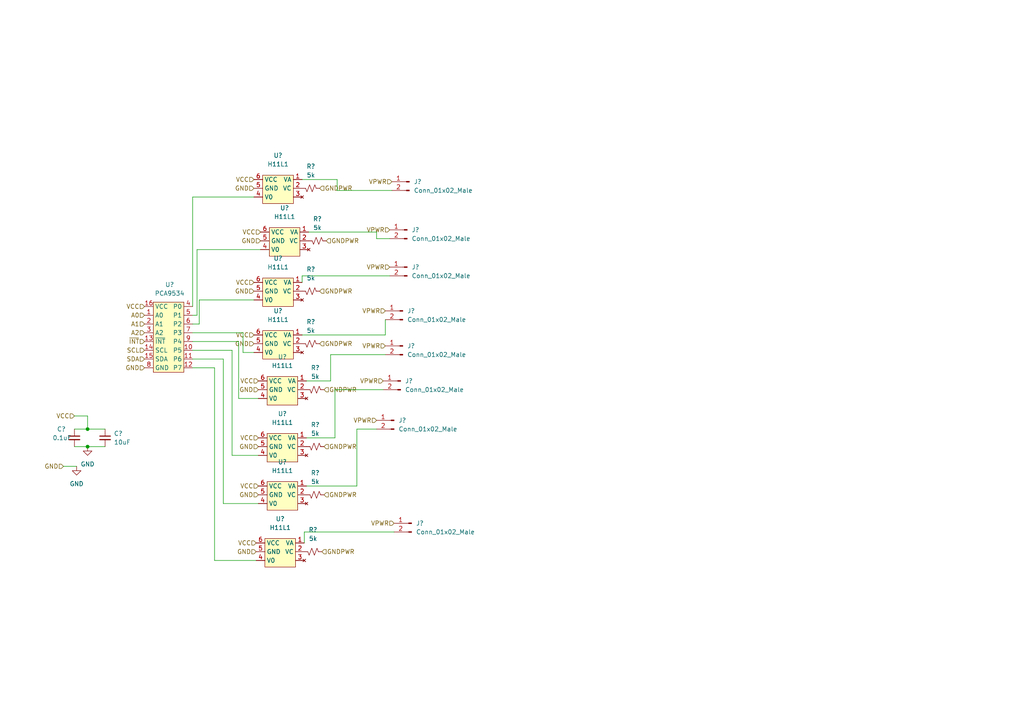
<source format=kicad_sch>
(kicad_sch (version 20211123) (generator eeschema)
  (paper "A4")
  (lib_symbols
    (symbol "Connector:Conn_01x02_Male" (pin_names (offset 1.016) hide)
      (property "Reference" "J" (at 0 2.54 0))
      (property "Value" "Conn_01x02_Male" (at 0 -5.08 0))
      (symbol "Conn_01x02_Male_1_1"
        (polyline (pts (xy 1.27 -2.54) (xy 0.8636 -2.54)) (stroke (width 0.1524)))
        (polyline (pts (xy 1.27 0) (xy 0.8636 0)) (stroke (width 0.1524)))
        (rectangle (start 0.8636 -2.413) (end 0 -2.667) (stroke (width 0.1524)) (fill (type outline)))
        (rectangle (start 0.8636 0.127) (end 0 -0.127) (stroke (width 0.1524)) (fill (type outline)))
        (pin passive line (at 5.08 0 180) (length 3.81) (name "Pin_1") (number "1"))
        (pin passive line (at 5.08 -2.54 180) (length 3.81) (name "Pin_2") (number "2"))
      )
    )
    (symbol "Device:C_Small" (pin_numbers hide) (pin_names (offset 0.254) hide)
      (property "Reference" "C" (at 0.254 1.778 0))
      (property "Value" "C_Small" (at 0.254 -2.032 0))
      (symbol "C_Small_0_1"
        (polyline (pts (xy -1.524 -0.508) (xy 1.524 -0.508)) (stroke (width 0.3302)))
        (polyline (pts (xy -1.524 0.508) (xy 1.524 0.508)) (stroke (width 0.3048)))
      )
      (symbol "C_Small_1_1"
        (pin passive line (at 0 2.54 270) (length 2.032) (name "~") (number "1"))
        (pin passive line (at 0 -2.54 90) (length 2.032) (name "~") (number "2"))
      )
    )
    (symbol "Device:R_Small_US" (pin_numbers hide) (pin_names (offset 0.254) hide)
      (property "Reference" "R" (at 0.762 0.508 0))
      (property "Value" "R_Small_US" (at 0.762 -1.016 0))
      (symbol "R_Small_US_1_1"
        (polyline (pts (xy 0 0) (xy 1.016 -0.381) (xy 0 -0.762) (xy -1.016 -1.143) (xy 0 -1.524)))
        (polyline (pts (xy 0 1.524) (xy 1.016 1.143) (xy 0 0.762) (xy -1.016 0.381) (xy 0 0)))
        (pin passive line (at 0 2.54 270) (length 1.016) (name "~") (number "1"))
        (pin passive line (at 0 -2.54 90) (length 1.016) (name "~") (number "2"))
      )
    )
    (symbol "actuation:H11L1"
      (property "Reference" "U" (at 0 1.905 0))
      (property "Value" "H11L1" (at 0 0.635 0))
      (symbol "H11L1_0_0"
        (pin input line (at -6.35 -1.905 0) (length 2.54) (name "VA") (number "1"))
        (pin output line (at -6.35 -4.445 0) (length 2.54) (name "VC") (number "2"))
        (pin no_connect line (at -6.35 -6.985 0) (length 2.54) (name "") (number "3"))
        (pin output line (at 7.62 -6.985 180) (length 2.54) (name "V0") (number "4"))
        (pin power_in line (at 7.62 -4.445 180) (length 2.54) (name "GND") (number "5"))
        (pin power_in line (at 7.62 -1.905 180) (length 2.54) (name "VCC") (number "6"))
      )
      (symbol "H11L1_0_1"
        (rectangle (start 5.08 -0.635) (end -3.81 -8.89) (fill (type background)))
      )
    )
    (symbol "actuation:PCA9534"
      (property "Reference" "U" (at 0 3.81 0))
      (property "Value" "PCA9534" (at 0 1.27 0))
      (symbol "PCA9534_0_0"
        (pin input line (at -7.62 -5.08 0) (length 2.54) (name "A0") (number "1"))
        (pin bidirectional line (at 6.35 -15.24 180) (length 2.54) (name "P5") (number "10"))
        (pin bidirectional line (at 6.35 -17.78 180) (length 2.54) (name "P6") (number "11"))
        (pin bidirectional line (at 6.35 -20.32 180) (length 2.54) (name "P7") (number "12"))
        (pin output line (at -7.62 -12.7 0) (length 2.54) (name "~{INT}") (number "13"))
        (pin input line (at -7.62 -15.24 0) (length 2.54) (name "SCL") (number "14"))
        (pin bidirectional line (at -7.62 -17.78 0) (length 2.54) (name "SDA") (number "15"))
        (pin power_in line (at -7.62 -2.54 0) (length 2.54) (name "VCC") (number "16"))
        (pin input line (at -7.62 -7.62 0) (length 2.54) (name "A1") (number "2"))
        (pin input line (at -7.62 -10.16 0) (length 2.54) (name "A2") (number "3"))
        (pin bidirectional line (at 6.35 -2.54 180) (length 2.54) (name "P0") (number "4"))
        (pin bidirectional line (at 6.35 -5.08 180) (length 2.54) (name "P1") (number "5"))
        (pin bidirectional line (at 6.35 -7.62 180) (length 2.54) (name "P2") (number "6"))
        (pin bidirectional line (at 6.35 -10.16 180) (length 2.54) (name "P3") (number "7"))
        (pin power_in line (at -7.62 -20.32 0) (length 2.54) (name "GND") (number "8"))
        (pin bidirectional line (at 6.35 -12.7 180) (length 2.54) (name "P4") (number "9"))
      )
      (symbol "PCA9534_0_1"
        (rectangle (start -5.08 -1.27) (end 3.81 -21.59) (fill (type background)))
      )
    )
    (symbol "power:GND" (power) (pin_names (offset 0))
      (property "Value" "GND" (at 0 -3.81 0))
      (symbol "GND_0_1"
        (polyline (pts (xy 0 0) (xy 0 -1.27) (xy 1.27 -1.27) (xy 0 -2.54) (xy -1.27 -1.27) (xy 0 -1.27)))
      )
      (symbol "GND_1_1"
        (pin power_in line (at 0 0 270) (length 0) hide (name "GND") (number "1"))
      )
    )
  )
  (junction (at 25.4 124.46))
  (junction (at 25.4 129.54))
  (wire (pts (xy 57.15 72.39) (xy 57.15 91.44)))
  (wire (pts (xy 25.4 129.54) (xy 30.48 129.54)))
  (wire (pts (xy 97.79 52.07) (xy 87.63 52.07)))
  (wire (pts (xy 103.505 140.97) (xy 88.9 140.97)))
  (wire (pts (xy 111.76 102.87) (xy 95.885 102.87)))
  (wire (pts (xy 103.505 124.46) (xy 103.505 140.97)))
  (wire (pts (xy 97.155 113.03) (xy 97.155 127)))
  (wire (pts (xy 73.66 57.15) (xy 55.88 57.15)))
  (wire (pts (xy 73.66 86.995) (xy 57.785 86.995)))
  (wire (pts (xy 21.59 129.54) (xy 25.4 129.54)))
  (wire (pts (xy 95.885 110.49) (xy 88.9 110.49)))
  (wire (pts (xy 57.785 93.98) (xy 55.88 93.98)))
  (wire (pts (xy 62.23 106.68) (xy 62.23 162.56)))
  (wire (pts (xy 70.485 96.52) (xy 55.88 96.52)))
  (wire (pts (xy 87.63 80.01) (xy 87.63 81.915)))
  (wire (pts (xy 69.215 115.57) (xy 69.215 99.06)))
  (wire (pts (xy 97.155 127) (xy 88.9 127)))
  (wire (pts (xy 87.63 97.155) (xy 111.76 97.155)))
  (wire (pts (xy 67.31 132.08) (xy 67.31 101.6)))
  (wire (pts (xy 95.885 102.87) (xy 95.885 110.49)))
  (wire (pts (xy 109.22 124.46) (xy 103.505 124.46)))
  (wire (pts (xy 74.93 115.57) (xy 69.215 115.57)))
  (wire (pts (xy 62.23 162.56) (xy 74.295 162.56)))
  (wire (pts (xy 111.76 97.155) (xy 111.76 92.71)))
  (wire (pts (xy 97.79 55.245) (xy 97.79 52.07)))
  (wire (pts (xy 111.125 113.03) (xy 97.155 113.03)))
  (wire (pts (xy 21.59 124.46) (xy 25.4 124.46)))
  (wire (pts (xy 67.31 101.6) (xy 55.88 101.6)))
  (wire (pts (xy 88.265 154.305) (xy 88.265 157.48)))
  (wire (pts (xy 75.565 72.39) (xy 57.15 72.39)))
  (wire (pts (xy 21.59 120.65) (xy 25.4 120.65)))
  (wire (pts (xy 114.3 154.305) (xy 88.265 154.305)))
  (wire (pts (xy 109.22 67.31) (xy 109.22 69.215)))
  (wire (pts (xy 64.77 104.14) (xy 55.88 104.14)))
  (wire (pts (xy 18.415 135.255) (xy 22.225 135.255)))
  (wire (pts (xy 73.66 102.235) (xy 70.485 102.235)))
  (wire (pts (xy 70.485 102.235) (xy 70.485 96.52)))
  (wire (pts (xy 113.03 80.01) (xy 87.63 80.01)))
  (wire (pts (xy 109.22 69.215) (xy 113.03 69.215)))
  (wire (pts (xy 64.77 146.05) (xy 64.77 104.14)))
  (wire (pts (xy 57.15 91.44) (xy 55.88 91.44)))
  (wire (pts (xy 89.535 67.31) (xy 109.22 67.31)))
  (wire (pts (xy 69.215 99.06) (xy 55.88 99.06)))
  (wire (pts (xy 74.93 132.08) (xy 67.31 132.08)))
  (wire (pts (xy 55.88 106.68) (xy 62.23 106.68)))
  (wire (pts (xy 55.88 57.15) (xy 55.88 88.9)))
  (wire (pts (xy 25.4 124.46) (xy 30.48 124.46)))
  (wire (pts (xy 113.665 55.245) (xy 97.79 55.245)))
  (wire (pts (xy 25.4 120.65) (xy 25.4 124.46)))
  (wire (pts (xy 74.93 146.05) (xy 64.77 146.05)))
  (wire (pts (xy 57.785 86.995) (xy 57.785 93.98)))
  (hierarchical_label "VPWR" (shape input) (at 113.03 77.47 180))
  (hierarchical_label "A0" (shape input) (at 41.91 91.44 180))
  (hierarchical_label "GND" (shape input) (at 75.565 69.85 180))
  (hierarchical_label "GNDPWR" (shape input) (at 93.345 160.02 0))
  (hierarchical_label "VPWR" (shape input) (at 111.125 110.49 180))
  (hierarchical_label "SCL" (shape input) (at 41.91 101.6 180))
  (hierarchical_label "GNDPWR" (shape input) (at 93.98 129.54 0))
  (hierarchical_label "VCC" (shape input) (at 75.565 67.31 180))
  (hierarchical_label "VPWR" (shape input) (at 109.22 121.92 180))
  (hierarchical_label "GNDPWR" (shape input) (at 92.71 54.61 0))
  (hierarchical_label "VCC" (shape input) (at 74.93 127 180))
  (hierarchical_label "VCC" (shape input) (at 41.91 88.9 180))
  (hierarchical_label "VPWR" (shape input) (at 111.76 90.17 180))
  (hierarchical_label "VCC" (shape input) (at 73.66 52.07 180))
  (hierarchical_label "GNDPWR" (shape input) (at 94.615 69.85 0))
  (hierarchical_label "GND" (shape input) (at 74.295 160.02 180))
  (hierarchical_label "VCC" (shape input) (at 74.93 140.97 180))
  (hierarchical_label "GND" (shape input) (at 74.93 143.51 180))
  (hierarchical_label "GNDPWR" (shape input) (at 92.71 84.455 0))
  (hierarchical_label "~{INT}" (shape input) (at 41.91 99.06 180))
  (hierarchical_label "GNDPWR" (shape input) (at 93.98 143.51 0))
  (hierarchical_label "GND" (shape input) (at 73.66 99.695 180))
  (hierarchical_label "GND" (shape input) (at 74.93 113.03 180))
  (hierarchical_label "VPWR" (shape input) (at 113.665 52.705 180))
  (hierarchical_label "GNDPWR" (shape input) (at 92.71 99.695 0))
  (hierarchical_label "GND" (shape input) (at 41.91 106.68 180))
  (hierarchical_label "VCC" (shape input) (at 74.295 157.48 180))
  (hierarchical_label "VPWR" (shape input) (at 114.3 151.765 180))
  (hierarchical_label "VCC" (shape input) (at 21.59 120.65 180))
  (hierarchical_label "GNDPWR" (shape input) (at 93.98 113.03 0))
  (hierarchical_label "GND" (shape input) (at 73.66 84.455 180))
  (hierarchical_label "VPWR" (shape input) (at 113.03 66.675 180))
  (hierarchical_label "VPWR" (shape input) (at 111.76 100.33 180))
  (hierarchical_label "VCC" (shape input) (at 73.66 81.915 180))
  (hierarchical_label "VCC" (shape input) (at 74.93 110.49 180))
  (hierarchical_label "GND" (shape input) (at 18.415 135.255 180))
  (hierarchical_label "VCC" (shape input) (at 73.66 97.155 180))
  (hierarchical_label "A2" (shape input) (at 41.91 96.52 180))
  (hierarchical_label "SDA" (shape input) (at 41.91 104.14 180))
  (hierarchical_label "GND" (shape input) (at 73.66 54.61 180))
  (hierarchical_label "A1" (shape input) (at 41.91 93.98 180))
  (hierarchical_label "GND" (shape input) (at 74.93 129.54 180))
  (symbol (lib_id "Connector:Conn_01x02_Male") (at 116.205 110.49 0) (mirror y) (unit 1)
    (property "Reference" "J?" (at 117.475 110.4899 0) (effects (justify right)))
    (property "Value" "Conn_01x02_Male" (at 117.475 113.0299 0) (effects (justify right)))
  )
  (symbol (lib_id "actuation:H11L1") (at 82.55 125.095 0) (mirror y) (unit 1)
    (property "Reference" "U?" (at 81.915 120.015 0))
    (property "Value" "H11L1" (at 81.915 122.555 0))
    (property "Footprint" "actuation:IC_H11L1SM" (effects hide))
    (property "Datasheet" "http://isocom.com/wp-content/uploads/2017/09/DD93224-H11L1_H11L1V-110817.pdf" (effects hide))
    (property "MPN" "H11L1SM" (effects hide))
  )
  (symbol (lib_id "Device:R_Small_US") (at 91.44 143.51 90) (mirror x) (unit 1)
    (property "Reference" "R?" (at 91.44 137.16 90))
    (property "Value" "5k" (at 91.44 139.7 90))
  )
  (symbol (lib_id "Connector:Conn_01x02_Male") (at 118.745 52.705 0) (mirror y) (unit 1)
    (property "Reference" "J?" (at 120.015 52.7049 0) (effects (justify right)))
    (property "Value" "Conn_01x02_Male" (at 120.015 55.2449 0) (effects (justify right)))
  )
  (symbol (lib_id "actuation:H11L1") (at 83.185 65.405 0) (mirror y) (unit 1)
    (property "Reference" "U?" (at 82.55 60.325 0))
    (property "Value" "H11L1" (at 82.55 62.865 0))
    (property "Footprint" "actuation:IC_H11L1SM" (effects hide))
    (property "Datasheet" "http://isocom.com/wp-content/uploads/2017/09/DD93224-H11L1_H11L1V-110817.pdf" (effects hide))
    (property "MPN" "H11L1SM" (effects hide))
  )
  (symbol (lib_id "Device:R_Small_US") (at 90.17 84.455 90) (mirror x) (unit 1)
    (property "Reference" "R?" (at 90.17 78.105 90))
    (property "Value" "5k" (at 90.17 80.645 90))
  )
  (symbol (lib_id "Device:R_Small_US") (at 90.17 54.61 90) (mirror x) (unit 1)
    (property "Reference" "R?" (at 90.17 48.26 90))
    (property "Value" "5k" (at 90.17 50.8 90))
  )
  (symbol (lib_id "actuation:H11L1") (at 81.28 50.165 0) (mirror y) (unit 1)
    (property "Reference" "U?" (at 80.645 45.085 0))
    (property "Value" "H11L1" (at 80.645 47.625 0))
    (property "Footprint" "actuation:IC_H11L1SM" (effects hide))
    (property "Datasheet" "http://isocom.com/wp-content/uploads/2017/09/DD93224-H11L1_H11L1V-110817.pdf" (effects hide))
    (property "MPN" "H11L1SM" (effects hide))
  )
  (symbol (lib_id "power:GND") (at 25.4 129.54 0) (unit 1)
    (property "Reference" "#PWR?" (effects hide))
    (property "Value" "GND" (at 25.4 134.62 0))
  )
  (symbol (lib_id "Connector:Conn_01x02_Male") (at 114.3 121.92 0) (mirror y) (unit 1)
    (property "Reference" "J?" (at 115.57 121.9199 0) (effects (justify right)))
    (property "Value" "Conn_01x02_Male" (at 115.57 124.4599 0) (effects (justify right)))
  )
  (symbol (lib_id "Device:R_Small_US") (at 91.44 129.54 90) (mirror x) (unit 1)
    (property "Reference" "R?" (at 91.44 123.19 90))
    (property "Value" "5k" (at 91.44 125.73 90))
  )
  (symbol (lib_id "Device:R_Small_US") (at 90.805 160.02 90) (mirror x) (unit 1)
    (property "Reference" "R?" (at 90.805 153.67 90))
    (property "Value" "5k" (at 90.805 156.21 90))
  )
  (symbol (lib_id "actuation:PCA9534") (at 49.53 86.36 0) (unit 1)
    (property "Reference" "U?" (at 49.2125 82.55 0))
    (property "Value" "PCA9534" (at 49.2125 85.09 0))
    (property "Footprint" "Package_SO:TSSOP-16_4.4x5mm_P0.65mm" (effects hide))
    (property "Datasheet" "https://www.ti.com/lit/ds/symlink/pca9534.pdf?HQS=dis-dk-null-digikeymode-dsf-pf-null-wwe&ts=1667431108165&ref_url=https%253A%252F%252Fwww.ti.com%252Fgeneral%252Fdocs%252Fsuppproductinfo.tsp%253FdistId%253D10%2526gotoUrl%253Dhttps%253A%252F%252Fwww.ti.com%252Flit%252Fgpn%252Fpca9534" (effects hide))
    (property "MPN" "PCA9534PWR" (effects hide))
  )
  (symbol (lib_id "Device:C_Small") (at 30.48 127 0) (unit 1)
    (property "Reference" "C?" (at 33.02 125.7362 0) (effects (justify left)))
    (property "Value" "10uF" (at 33.02 128.2762 0) (effects (justify left)))
  )
  (symbol (lib_id "actuation:H11L1") (at 81.28 95.25 0) (mirror y) (unit 1)
    (property "Reference" "U?" (at 80.645 90.17 0))
    (property "Value" "H11L1" (at 80.645 92.71 0))
    (property "Footprint" "actuation:IC_H11L1SM" (effects hide))
    (property "Datasheet" "http://isocom.com/wp-content/uploads/2017/09/DD93224-H11L1_H11L1V-110817.pdf" (effects hide))
    (property "MPN" "H11L1SM" (effects hide))
  )
  (symbol (lib_id "Connector:Conn_01x02_Male") (at 118.11 77.47 0) (mirror y) (unit 1)
    (property "Reference" "J?" (at 119.38 77.4699 0) (effects (justify right)))
    (property "Value" "Conn_01x02_Male" (at 119.38 80.0099 0) (effects (justify right)))
  )
  (symbol (lib_id "actuation:H11L1") (at 81.28 80.01 0) (mirror y) (unit 1)
    (property "Reference" "U?" (at 80.645 74.93 0))
    (property "Value" "H11L1" (at 80.645 77.47 0))
    (property "Footprint" "actuation:IC_H11L1SM" (effects hide))
    (property "Datasheet" "http://isocom.com/wp-content/uploads/2017/09/DD93224-H11L1_H11L1V-110817.pdf" (effects hide))
    (property "MPN" "H11L1SM" (effects hide))
  )
  (symbol (lib_id "Connector:Conn_01x02_Male") (at 119.38 151.765 0) (mirror y) (unit 1)
    (property "Reference" "J?" (at 120.65 151.7649 0) (effects (justify right)))
    (property "Value" "Conn_01x02_Male" (at 120.65 154.3049 0) (effects (justify right)))
  )
  (symbol (lib_id "actuation:H11L1") (at 82.55 139.065 0) (mirror y) (unit 1)
    (property "Reference" "U?" (at 81.915 133.985 0))
    (property "Value" "H11L1" (at 81.915 136.525 0))
    (property "Footprint" "actuation:IC_H11L1SM" (effects hide))
    (property "Datasheet" "http://isocom.com/wp-content/uploads/2017/09/DD93224-H11L1_H11L1V-110817.pdf" (effects hide))
    (property "MPN" "H11L1SM" (effects hide))
  )
  (symbol (lib_id "Connector:Conn_01x02_Male") (at 116.84 100.33 0) (mirror y) (unit 1)
    (property "Reference" "J?" (at 118.11 100.3299 0) (effects (justify right)))
    (property "Value" "Conn_01x02_Male" (at 118.11 102.8699 0) (effects (justify right)))
  )
  (symbol (lib_id "power:GND") (at 22.225 135.255 0) (unit 1)
    (property "Reference" "#PWR?" (effects hide))
    (property "Value" "GND" (at 22.225 140.335 0))
  )
  (symbol (lib_id "Device:R_Small_US") (at 91.44 113.03 90) (mirror x) (unit 1)
    (property "Reference" "R?" (at 91.44 106.68 90))
    (property "Value" "5k" (at 91.44 109.22 90))
  )
  (symbol (lib_id "Device:R_Small_US") (at 90.17 99.695 90) (mirror x) (unit 1)
    (property "Reference" "R?" (at 90.17 93.345 90))
    (property "Value" "5k" (at 90.17 95.885 90))
  )
  (symbol (lib_id "Connector:Conn_01x02_Male") (at 118.11 66.675 0) (mirror y) (unit 1)
    (property "Reference" "J?" (at 119.38 66.6749 0) (effects (justify right)))
    (property "Value" "Conn_01x02_Male" (at 119.38 69.2149 0) (effects (justify right)))
  )
  (symbol (lib_id "Device:R_Small_US") (at 92.075 69.85 90) (mirror x) (unit 1)
    (property "Reference" "R?" (at 92.075 63.5 90))
    (property "Value" "5k" (at 92.075 66.04 90))
  )
  (symbol (lib_id "actuation:H11L1") (at 82.55 108.585 0) (mirror y) (unit 1)
    (property "Reference" "U?" (at 81.915 103.505 0))
    (property "Value" "H11L1" (at 81.915 106.045 0))
    (property "Footprint" "actuation:IC_H11L1SM" (effects hide))
    (property "Datasheet" "http://isocom.com/wp-content/uploads/2017/09/DD93224-H11L1_H11L1V-110817.pdf" (effects hide))
    (property "MPN" "H11L1SM" (effects hide))
  )
  (symbol (lib_id "actuation:H11L1") (at 81.915 155.575 0) (mirror y) (unit 1)
    (property "Reference" "U?" (at 81.28 150.495 0))
    (property "Value" "H11L1" (at 81.28 153.035 0))
    (property "Footprint" "actuation:IC_H11L1SM" (effects hide))
    (property "Datasheet" "http://isocom.com/wp-content/uploads/2017/09/DD93224-H11L1_H11L1V-110817.pdf" (effects hide))
    (property "MPN" "H11L1SM" (effects hide))
  )
  (symbol (lib_id "Connector:Conn_01x02_Male") (at 116.84 90.17 0) (mirror y) (unit 1)
    (property "Reference" "J?" (at 118.11 90.1699 0) (effects (justify right)))
    (property "Value" "Conn_01x02_Male" (at 118.11 92.7099 0) (effects (justify right)))
  )
  (symbol (lib_id "Device:C_Small") (at 21.59 127 0) (unit 1)
    (property "Reference" "C?" (at 16.51 124.46 0) (effects (justify left)))
    (property "Value" "0.1uF" (at 15.24 127 0) (effects (justify left)))
  )
)
</source>
